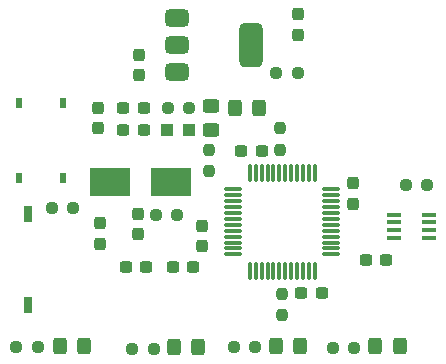
<source format=gbr>
G04 #@! TF.GenerationSoftware,KiCad,Pcbnew,9.0.0*
G04 #@! TF.CreationDate,2025-04-23T00:50:18-04:00*
G04 #@! TF.ProjectId,HallEffectManager,48616c6c-4566-4666-9563-744d616e6167,rev?*
G04 #@! TF.SameCoordinates,Original*
G04 #@! TF.FileFunction,Paste,Top*
G04 #@! TF.FilePolarity,Positive*
%FSLAX46Y46*%
G04 Gerber Fmt 4.6, Leading zero omitted, Abs format (unit mm)*
G04 Created by KiCad (PCBNEW 9.0.0) date 2025-04-23 00:50:18*
%MOMM*%
%LPD*%
G01*
G04 APERTURE LIST*
G04 Aperture macros list*
%AMRoundRect*
0 Rectangle with rounded corners*
0 $1 Rounding radius*
0 $2 $3 $4 $5 $6 $7 $8 $9 X,Y pos of 4 corners*
0 Add a 4 corners polygon primitive as box body*
4,1,4,$2,$3,$4,$5,$6,$7,$8,$9,$2,$3,0*
0 Add four circle primitives for the rounded corners*
1,1,$1+$1,$2,$3*
1,1,$1+$1,$4,$5*
1,1,$1+$1,$6,$7*
1,1,$1+$1,$8,$9*
0 Add four rect primitives between the rounded corners*
20,1,$1+$1,$2,$3,$4,$5,0*
20,1,$1+$1,$4,$5,$6,$7,0*
20,1,$1+$1,$6,$7,$8,$9,0*
20,1,$1+$1,$8,$9,$2,$3,0*%
G04 Aperture macros list end*
%ADD10RoundRect,0.237500X0.250000X0.237500X-0.250000X0.237500X-0.250000X-0.237500X0.250000X-0.237500X0*%
%ADD11RoundRect,0.237500X0.237500X-0.300000X0.237500X0.300000X-0.237500X0.300000X-0.237500X-0.300000X0*%
%ADD12R,0.711200X1.422400*%
%ADD13RoundRect,0.250000X0.325000X0.450000X-0.325000X0.450000X-0.325000X-0.450000X0.325000X-0.450000X0*%
%ADD14R,0.558800X0.952500*%
%ADD15RoundRect,0.250000X-0.450000X0.325000X-0.450000X-0.325000X0.450000X-0.325000X0.450000X0.325000X0*%
%ADD16RoundRect,0.237500X-0.300000X-0.237500X0.300000X-0.237500X0.300000X0.237500X-0.300000X0.237500X0*%
%ADD17RoundRect,0.237500X-0.250000X-0.237500X0.250000X-0.237500X0.250000X0.237500X-0.250000X0.237500X0*%
%ADD18RoundRect,0.237500X-0.237500X0.300000X-0.237500X-0.300000X0.237500X-0.300000X0.237500X0.300000X0*%
%ADD19R,3.500000X2.400000*%
%ADD20RoundRect,0.250000X-0.325000X-0.450000X0.325000X-0.450000X0.325000X0.450000X-0.325000X0.450000X0*%
%ADD21RoundRect,0.237500X0.300000X0.237500X-0.300000X0.237500X-0.300000X-0.237500X0.300000X-0.237500X0*%
%ADD22RoundRect,0.375000X-0.625000X-0.375000X0.625000X-0.375000X0.625000X0.375000X-0.625000X0.375000X0*%
%ADD23RoundRect,0.500000X-0.500000X-1.400000X0.500000X-1.400000X0.500000X1.400000X-0.500000X1.400000X0*%
%ADD24R,1.050000X1.100000*%
%ADD25RoundRect,0.237500X-0.237500X0.250000X-0.237500X-0.250000X0.237500X-0.250000X0.237500X0.250000X0*%
%ADD26R,1.200000X0.449999*%
%ADD27RoundRect,0.075000X-0.662500X-0.075000X0.662500X-0.075000X0.662500X0.075000X-0.662500X0.075000X0*%
%ADD28RoundRect,0.075000X-0.075000X-0.662500X0.075000X-0.662500X0.075000X0.662500X-0.075000X0.662500X0*%
%ADD29RoundRect,0.237500X0.237500X-0.250000X0.237500X0.250000X-0.237500X0.250000X-0.237500X-0.250000X0*%
G04 APERTURE END LIST*
D10*
X155312500Y-63200000D03*
X153487500Y-63200000D03*
D11*
X164500000Y-56962500D03*
X164500000Y-55237500D03*
X151100000Y-60362500D03*
X151100000Y-58637500D03*
X147600000Y-64862500D03*
X147600000Y-63137500D03*
D12*
X141700000Y-79848100D03*
X141700000Y-72151900D03*
D13*
X173125000Y-83300000D03*
X171075000Y-83300000D03*
D14*
X144600000Y-62737300D03*
X144600000Y-69100000D03*
X140891600Y-62737300D03*
X140891600Y-69100000D03*
D13*
X164725000Y-83300000D03*
X162675000Y-83300000D03*
D15*
X157200000Y-62975000D03*
X157200000Y-65025000D03*
D16*
X159737500Y-66800000D03*
X161462500Y-66800000D03*
D17*
X173660000Y-69720000D03*
X175485000Y-69720000D03*
D18*
X151000000Y-72137500D03*
X151000000Y-73862500D03*
D19*
X148600000Y-69400000D03*
X153800000Y-69400000D03*
D20*
X159200000Y-63200000D03*
X161250000Y-63200000D03*
D21*
X172000000Y-76000000D03*
X170275000Y-76000000D03*
D10*
X145512500Y-71600000D03*
X143687500Y-71600000D03*
D22*
X154250000Y-55500000D03*
X154250000Y-57800000D03*
D23*
X160550000Y-57800000D03*
D22*
X154250000Y-60100000D03*
D11*
X156400000Y-74862500D03*
X156400000Y-73137500D03*
D17*
X159087500Y-83400000D03*
X160912500Y-83400000D03*
D13*
X156100000Y-83400000D03*
X154050000Y-83400000D03*
D17*
X140687500Y-83400000D03*
X142512500Y-83400000D03*
X150487500Y-83600000D03*
X152312500Y-83600000D03*
D18*
X169200000Y-69537500D03*
X169200000Y-71262500D03*
D24*
X153475000Y-65000000D03*
X155325000Y-65000000D03*
D17*
X152487500Y-72200000D03*
X154312500Y-72200000D03*
D21*
X151462500Y-63200000D03*
X149737500Y-63200000D03*
D25*
X163200000Y-78887500D03*
X163200000Y-80712500D03*
D21*
X151462500Y-65000000D03*
X149737500Y-65000000D03*
D17*
X167487500Y-83500000D03*
X169312500Y-83500000D03*
D16*
X149937500Y-76600000D03*
X151662500Y-76600000D03*
D21*
X166525000Y-78800000D03*
X164800000Y-78800000D03*
D17*
X162687500Y-60200000D03*
X164512500Y-60200000D03*
D21*
X155662500Y-76600000D03*
X153937500Y-76600000D03*
D26*
X172660000Y-72180000D03*
X172660000Y-72830001D03*
X172660000Y-73480000D03*
X172660000Y-74130001D03*
X175609999Y-74130001D03*
X175609999Y-73480000D03*
X175609999Y-72830001D03*
X175609999Y-72180000D03*
D11*
X147800000Y-74662500D03*
X147800000Y-72937500D03*
D25*
X157000000Y-66687500D03*
X157000000Y-68512500D03*
D27*
X159037500Y-70050000D03*
X159037500Y-70550000D03*
X159037500Y-71050000D03*
X159037500Y-71550000D03*
X159037500Y-72050000D03*
X159037500Y-72550000D03*
X159037500Y-73050000D03*
X159037500Y-73550000D03*
X159037500Y-74050000D03*
X159037500Y-74550000D03*
X159037500Y-75050000D03*
X159037500Y-75550000D03*
D28*
X160450000Y-76962500D03*
X160950000Y-76962500D03*
X161450000Y-76962500D03*
X161950000Y-76962500D03*
X162450000Y-76962500D03*
X162950000Y-76962500D03*
X163450000Y-76962500D03*
X163950000Y-76962500D03*
X164450000Y-76962500D03*
X164950000Y-76962500D03*
X165450000Y-76962500D03*
X165950000Y-76962500D03*
D27*
X167362500Y-75550000D03*
X167362500Y-75050000D03*
X167362500Y-74550000D03*
X167362500Y-74050000D03*
X167362500Y-73550000D03*
X167362500Y-73050000D03*
X167362500Y-72550000D03*
X167362500Y-72050000D03*
X167362500Y-71550000D03*
X167362500Y-71050000D03*
X167362500Y-70550000D03*
X167362500Y-70050000D03*
D28*
X165950000Y-68637500D03*
X165450000Y-68637500D03*
X164950000Y-68637500D03*
X164450000Y-68637500D03*
X163950000Y-68637500D03*
X163450000Y-68637500D03*
X162950000Y-68637500D03*
X162450000Y-68637500D03*
X161950000Y-68637500D03*
X161450000Y-68637500D03*
X160950000Y-68637500D03*
X160450000Y-68637500D03*
D13*
X146400000Y-83300000D03*
X144350000Y-83300000D03*
D29*
X163000000Y-66712500D03*
X163000000Y-64887500D03*
M02*

</source>
